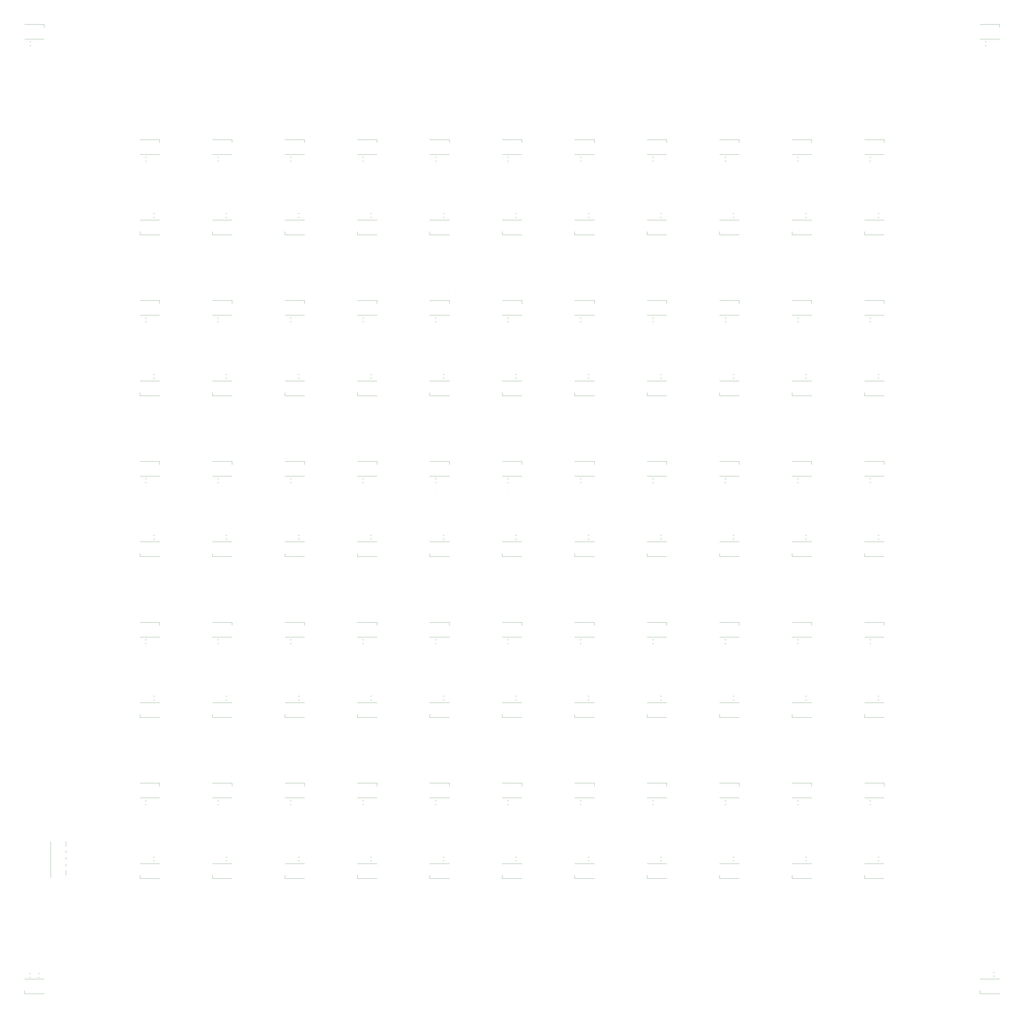
<source format=gbr>
G04 #@! TF.GenerationSoftware,KiCad,Pcbnew,(5.1.5)-3*
G04 #@! TF.CreationDate,2020-12-03T11:47:19+01:00*
G04 #@! TF.ProjectId,Wordclock_V1.1,576f7264-636c-46f6-936b-5f56312e312e,rev?*
G04 #@! TF.SameCoordinates,Original*
G04 #@! TF.FileFunction,Legend,Bot*
G04 #@! TF.FilePolarity,Positive*
%FSLAX46Y46*%
G04 Gerber Fmt 4.6, Leading zero omitted, Abs format (unit mm)*
G04 Created by KiCad (PCBNEW (5.1.5)-3) date 2020-12-03 11:47:19*
%MOMM*%
%LPD*%
G04 APERTURE LIST*
%ADD10C,0.120000*%
G04 APERTURE END LIST*
D10*
X18730000Y-310750000D02*
X18730000Y-309050000D01*
X18730000Y-313250000D02*
X18730000Y-312350000D01*
X18730000Y-315750000D02*
X18730000Y-314850000D01*
X18730000Y-318250000D02*
X18730000Y-317350000D01*
X18730000Y-321550000D02*
X18730000Y-319850000D01*
X13120000Y-309050000D02*
X13120000Y-322550000D01*
X5558578Y-358290000D02*
X5041422Y-358290000D01*
X5558578Y-359710000D02*
X5041422Y-359710000D01*
X323650000Y-317250000D02*
X316350000Y-317250000D01*
X323650000Y-322750000D02*
X316350000Y-322750000D01*
X316350000Y-322750000D02*
X316350000Y-321600000D01*
X321241422Y-314790000D02*
X321758578Y-314790000D01*
X321241422Y-316210000D02*
X321758578Y-316210000D01*
X296650000Y-317250000D02*
X289350000Y-317250000D01*
X296650000Y-322750000D02*
X289350000Y-322750000D01*
X289350000Y-322750000D02*
X289350000Y-321600000D01*
X316350000Y-292750000D02*
X323650000Y-292750000D01*
X316350000Y-287250000D02*
X323650000Y-287250000D01*
X323650000Y-287250000D02*
X323650000Y-288400000D01*
X289350000Y-292750000D02*
X296650000Y-292750000D01*
X289350000Y-287250000D02*
X296650000Y-287250000D01*
X296650000Y-287250000D02*
X296650000Y-288400000D01*
X294241422Y-314790000D02*
X294758578Y-314790000D01*
X294241422Y-316210000D02*
X294758578Y-316210000D01*
X321241422Y-254790000D02*
X321758578Y-254790000D01*
X321241422Y-256210000D02*
X321758578Y-256210000D01*
X321241422Y-194790000D02*
X321758578Y-194790000D01*
X321241422Y-196210000D02*
X321758578Y-196210000D01*
X318758578Y-295210000D02*
X318241422Y-295210000D01*
X318758578Y-293790000D02*
X318241422Y-293790000D01*
X318758578Y-235210000D02*
X318241422Y-235210000D01*
X318758578Y-233790000D02*
X318241422Y-233790000D01*
X323650000Y-257250000D02*
X316350000Y-257250000D01*
X323650000Y-262750000D02*
X316350000Y-262750000D01*
X316350000Y-262750000D02*
X316350000Y-261600000D01*
X316350000Y-232750000D02*
X323650000Y-232750000D01*
X316350000Y-227250000D02*
X323650000Y-227250000D01*
X323650000Y-227250000D02*
X323650000Y-228400000D01*
X323650000Y-197250000D02*
X316350000Y-197250000D01*
X323650000Y-202750000D02*
X316350000Y-202750000D01*
X316350000Y-202750000D02*
X316350000Y-201600000D01*
X366650000Y-360250000D02*
X359350000Y-360250000D01*
X366650000Y-365750000D02*
X359350000Y-365750000D01*
X359350000Y-365750000D02*
X359350000Y-364600000D01*
X359350000Y-9750000D02*
X366650000Y-9750000D01*
X359350000Y-4250000D02*
X366650000Y-4250000D01*
X366650000Y-4250000D02*
X366650000Y-5400000D01*
X3350000Y-9750000D02*
X10650000Y-9750000D01*
X3350000Y-4250000D02*
X10650000Y-4250000D01*
X10650000Y-4250000D02*
X10650000Y-5400000D01*
X10650000Y-360250000D02*
X3350000Y-360250000D01*
X10650000Y-365750000D02*
X3350000Y-365750000D01*
X3350000Y-365750000D02*
X3350000Y-364600000D01*
X364241422Y-357790000D02*
X364758578Y-357790000D01*
X364241422Y-359210000D02*
X364758578Y-359210000D01*
X361758578Y-12210000D02*
X361241422Y-12210000D01*
X361758578Y-10790000D02*
X361241422Y-10790000D01*
X8441422Y-358290000D02*
X8958578Y-358290000D01*
X8441422Y-359710000D02*
X8958578Y-359710000D01*
X5758578Y-12210000D02*
X5241422Y-12210000D01*
X5758578Y-10790000D02*
X5241422Y-10790000D01*
X188650000Y-317250000D02*
X181350000Y-317250000D01*
X188650000Y-322750000D02*
X181350000Y-322750000D01*
X181350000Y-322750000D02*
X181350000Y-321600000D01*
X215650000Y-317250000D02*
X208350000Y-317250000D01*
X215650000Y-322750000D02*
X208350000Y-322750000D01*
X208350000Y-322750000D02*
X208350000Y-321600000D01*
X269650000Y-317250000D02*
X262350000Y-317250000D01*
X269650000Y-322750000D02*
X262350000Y-322750000D01*
X262350000Y-322750000D02*
X262350000Y-321600000D01*
X161650000Y-317250000D02*
X154350000Y-317250000D01*
X161650000Y-322750000D02*
X154350000Y-322750000D01*
X154350000Y-322750000D02*
X154350000Y-321600000D01*
X242650000Y-317250000D02*
X235350000Y-317250000D01*
X242650000Y-322750000D02*
X235350000Y-322750000D01*
X235350000Y-322750000D02*
X235350000Y-321600000D01*
X107650000Y-317250000D02*
X100350000Y-317250000D01*
X107650000Y-322750000D02*
X100350000Y-322750000D01*
X100350000Y-322750000D02*
X100350000Y-321600000D01*
X53650000Y-317250000D02*
X46350000Y-317250000D01*
X53650000Y-322750000D02*
X46350000Y-322750000D01*
X46350000Y-322750000D02*
X46350000Y-321600000D01*
X80650000Y-317250000D02*
X73350000Y-317250000D01*
X80650000Y-322750000D02*
X73350000Y-322750000D01*
X73350000Y-322750000D02*
X73350000Y-321600000D01*
X134650000Y-317250000D02*
X127350000Y-317250000D01*
X134650000Y-322750000D02*
X127350000Y-322750000D01*
X127350000Y-322750000D02*
X127350000Y-321600000D01*
X186241422Y-314790000D02*
X186758578Y-314790000D01*
X186241422Y-316210000D02*
X186758578Y-316210000D01*
X210758578Y-295210000D02*
X210241422Y-295210000D01*
X210758578Y-293790000D02*
X210241422Y-293790000D01*
X240241422Y-314790000D02*
X240758578Y-314790000D01*
X240241422Y-316210000D02*
X240758578Y-316210000D01*
X75758578Y-295210000D02*
X75241422Y-295210000D01*
X75758578Y-293790000D02*
X75241422Y-293790000D01*
X51241422Y-254790000D02*
X51758578Y-254790000D01*
X51241422Y-256210000D02*
X51758578Y-256210000D01*
X213241422Y-314790000D02*
X213758578Y-314790000D01*
X213241422Y-316210000D02*
X213758578Y-316210000D01*
X105241422Y-314790000D02*
X105758578Y-314790000D01*
X105241422Y-316210000D02*
X105758578Y-316210000D01*
X132241422Y-314790000D02*
X132758578Y-314790000D01*
X132241422Y-316210000D02*
X132758578Y-316210000D01*
X159241422Y-314790000D02*
X159758578Y-314790000D01*
X159241422Y-316210000D02*
X159758578Y-316210000D01*
X51241422Y-314790000D02*
X51758578Y-314790000D01*
X51241422Y-316210000D02*
X51758578Y-316210000D01*
X291758578Y-295210000D02*
X291241422Y-295210000D01*
X291758578Y-293790000D02*
X291241422Y-293790000D01*
X267241422Y-314790000D02*
X267758578Y-314790000D01*
X267241422Y-316210000D02*
X267758578Y-316210000D01*
X264758578Y-295210000D02*
X264241422Y-295210000D01*
X264758578Y-293790000D02*
X264241422Y-293790000D01*
X237758578Y-295210000D02*
X237241422Y-295210000D01*
X237758578Y-293790000D02*
X237241422Y-293790000D01*
X78241422Y-314790000D02*
X78758578Y-314790000D01*
X78241422Y-316210000D02*
X78758578Y-316210000D01*
X183758578Y-295260000D02*
X183241422Y-295260000D01*
X183758578Y-293840000D02*
X183241422Y-293840000D01*
X129758578Y-295210000D02*
X129241422Y-295210000D01*
X129758578Y-293790000D02*
X129241422Y-293790000D01*
X156758578Y-295210000D02*
X156241422Y-295210000D01*
X156758578Y-293790000D02*
X156241422Y-293790000D01*
X102758578Y-295210000D02*
X102241422Y-295210000D01*
X102758578Y-293790000D02*
X102241422Y-293790000D01*
X48758578Y-295210000D02*
X48241422Y-295210000D01*
X48758578Y-293790000D02*
X48241422Y-293790000D01*
X78241422Y-254790000D02*
X78758578Y-254790000D01*
X78241422Y-256210000D02*
X78758578Y-256210000D01*
X186241422Y-254790000D02*
X186758578Y-254790000D01*
X186241422Y-256210000D02*
X186758578Y-256210000D01*
X132241422Y-254790000D02*
X132758578Y-254790000D01*
X132241422Y-256210000D02*
X132758578Y-256210000D01*
X213241422Y-254790000D02*
X213758578Y-254790000D01*
X213241422Y-256210000D02*
X213758578Y-256210000D01*
X267241422Y-254790000D02*
X267758578Y-254790000D01*
X267241422Y-256210000D02*
X267758578Y-256210000D01*
X159241422Y-254790000D02*
X159758578Y-254790000D01*
X159241422Y-256210000D02*
X159758578Y-256210000D01*
X294241422Y-254790000D02*
X294758578Y-254790000D01*
X294241422Y-256210000D02*
X294758578Y-256210000D01*
X240241422Y-254790000D02*
X240758578Y-254790000D01*
X240241422Y-256210000D02*
X240758578Y-256210000D01*
X105241422Y-254790000D02*
X105758578Y-254790000D01*
X105241422Y-256210000D02*
X105758578Y-256210000D01*
X100350000Y-292750000D02*
X107650000Y-292750000D01*
X100350000Y-287250000D02*
X107650000Y-287250000D01*
X107650000Y-287250000D02*
X107650000Y-288400000D01*
X181350000Y-292750000D02*
X188650000Y-292750000D01*
X181350000Y-287250000D02*
X188650000Y-287250000D01*
X188650000Y-287250000D02*
X188650000Y-288400000D01*
X188650000Y-257250000D02*
X181350000Y-257250000D01*
X188650000Y-262750000D02*
X181350000Y-262750000D01*
X181350000Y-262750000D02*
X181350000Y-261600000D01*
X242650000Y-257250000D02*
X235350000Y-257250000D01*
X242650000Y-262750000D02*
X235350000Y-262750000D01*
X235350000Y-262750000D02*
X235350000Y-261600000D01*
X134650000Y-257250000D02*
X127350000Y-257250000D01*
X134650000Y-262750000D02*
X127350000Y-262750000D01*
X127350000Y-262750000D02*
X127350000Y-261600000D01*
X46350000Y-292750000D02*
X53650000Y-292750000D01*
X46350000Y-287250000D02*
X53650000Y-287250000D01*
X53650000Y-287250000D02*
X53650000Y-288400000D01*
X154350000Y-292750000D02*
X161650000Y-292750000D01*
X154350000Y-287250000D02*
X161650000Y-287250000D01*
X161650000Y-287250000D02*
X161650000Y-288400000D01*
X127350000Y-292750000D02*
X134650000Y-292750000D01*
X127350000Y-287250000D02*
X134650000Y-287250000D01*
X134650000Y-287250000D02*
X134650000Y-288400000D01*
X73350000Y-292750000D02*
X80650000Y-292750000D01*
X73350000Y-287250000D02*
X80650000Y-287250000D01*
X80650000Y-287250000D02*
X80650000Y-288400000D01*
X215650000Y-257250000D02*
X208350000Y-257250000D01*
X215650000Y-262750000D02*
X208350000Y-262750000D01*
X208350000Y-262750000D02*
X208350000Y-261600000D01*
X208350000Y-292750000D02*
X215650000Y-292750000D01*
X208350000Y-287250000D02*
X215650000Y-287250000D01*
X215650000Y-287250000D02*
X215650000Y-288400000D01*
X80650000Y-257250000D02*
X73350000Y-257250000D01*
X80650000Y-262750000D02*
X73350000Y-262750000D01*
X73350000Y-262750000D02*
X73350000Y-261600000D01*
X296650000Y-257250000D02*
X289350000Y-257250000D01*
X296650000Y-262750000D02*
X289350000Y-262750000D01*
X289350000Y-262750000D02*
X289350000Y-261600000D01*
X235350000Y-292750000D02*
X242650000Y-292750000D01*
X235350000Y-287250000D02*
X242650000Y-287250000D01*
X242650000Y-287250000D02*
X242650000Y-288400000D01*
X262350000Y-292750000D02*
X269650000Y-292750000D01*
X262350000Y-287250000D02*
X269650000Y-287250000D01*
X269650000Y-287250000D02*
X269650000Y-288400000D01*
X161650000Y-257250000D02*
X154350000Y-257250000D01*
X161650000Y-262750000D02*
X154350000Y-262750000D01*
X154350000Y-262750000D02*
X154350000Y-261600000D01*
X107650000Y-257250000D02*
X100350000Y-257250000D01*
X107650000Y-262750000D02*
X100350000Y-262750000D01*
X100350000Y-262750000D02*
X100350000Y-261600000D01*
X269650000Y-257250000D02*
X262350000Y-257250000D01*
X269650000Y-262750000D02*
X262350000Y-262750000D01*
X262350000Y-262750000D02*
X262350000Y-261600000D01*
X53650000Y-257250000D02*
X46350000Y-257250000D01*
X53650000Y-262750000D02*
X46350000Y-262750000D01*
X46350000Y-262750000D02*
X46350000Y-261600000D01*
X289350000Y-232750000D02*
X296650000Y-232750000D01*
X289350000Y-227250000D02*
X296650000Y-227250000D01*
X296650000Y-227250000D02*
X296650000Y-228400000D01*
X262350000Y-232750000D02*
X269650000Y-232750000D01*
X262350000Y-227250000D02*
X269650000Y-227250000D01*
X269650000Y-227250000D02*
X269650000Y-228400000D01*
X235350000Y-232750000D02*
X242650000Y-232750000D01*
X235350000Y-227250000D02*
X242650000Y-227250000D01*
X242650000Y-227250000D02*
X242650000Y-228400000D01*
X208350000Y-232750000D02*
X215650000Y-232750000D01*
X208350000Y-227250000D02*
X215650000Y-227250000D01*
X215650000Y-227250000D02*
X215650000Y-228400000D01*
X181350000Y-232750000D02*
X188650000Y-232750000D01*
X181350000Y-227250000D02*
X188650000Y-227250000D01*
X188650000Y-227250000D02*
X188650000Y-228400000D01*
X154350000Y-232750000D02*
X161650000Y-232750000D01*
X154350000Y-227250000D02*
X161650000Y-227250000D01*
X161650000Y-227250000D02*
X161650000Y-228400000D01*
X127350000Y-232750000D02*
X134650000Y-232750000D01*
X127350000Y-227250000D02*
X134650000Y-227250000D01*
X134650000Y-227250000D02*
X134650000Y-228400000D01*
X100350000Y-232750000D02*
X107650000Y-232750000D01*
X100350000Y-227250000D02*
X107650000Y-227250000D01*
X107650000Y-227250000D02*
X107650000Y-228400000D01*
X73350000Y-232750000D02*
X80650000Y-232750000D01*
X73350000Y-227250000D02*
X80650000Y-227250000D01*
X80650000Y-227250000D02*
X80650000Y-228400000D01*
X46350000Y-232750000D02*
X53650000Y-232750000D01*
X46350000Y-227250000D02*
X53650000Y-227250000D01*
X53650000Y-227250000D02*
X53650000Y-228400000D01*
X53650000Y-197250000D02*
X46350000Y-197250000D01*
X53650000Y-202750000D02*
X46350000Y-202750000D01*
X46350000Y-202750000D02*
X46350000Y-201600000D01*
X80650000Y-197250000D02*
X73350000Y-197250000D01*
X80650000Y-202750000D02*
X73350000Y-202750000D01*
X73350000Y-202750000D02*
X73350000Y-201600000D01*
X107650000Y-197250000D02*
X100350000Y-197250000D01*
X107650000Y-202750000D02*
X100350000Y-202750000D01*
X100350000Y-202750000D02*
X100350000Y-201600000D01*
X134650000Y-197250000D02*
X127350000Y-197250000D01*
X134650000Y-202750000D02*
X127350000Y-202750000D01*
X127350000Y-202750000D02*
X127350000Y-201600000D01*
X161650000Y-197250000D02*
X154350000Y-197250000D01*
X161650000Y-202750000D02*
X154350000Y-202750000D01*
X154350000Y-202750000D02*
X154350000Y-201600000D01*
X188650000Y-197250000D02*
X181350000Y-197250000D01*
X188650000Y-202750000D02*
X181350000Y-202750000D01*
X181350000Y-202750000D02*
X181350000Y-201600000D01*
X215650000Y-197250000D02*
X208350000Y-197250000D01*
X215650000Y-202750000D02*
X208350000Y-202750000D01*
X208350000Y-202750000D02*
X208350000Y-201600000D01*
X242650000Y-197250000D02*
X235350000Y-197250000D01*
X242650000Y-202750000D02*
X235350000Y-202750000D01*
X235350000Y-202750000D02*
X235350000Y-201600000D01*
X269650000Y-197250000D02*
X262350000Y-197250000D01*
X269650000Y-202750000D02*
X262350000Y-202750000D01*
X262350000Y-202750000D02*
X262350000Y-201600000D01*
X296650000Y-197250000D02*
X289350000Y-197250000D01*
X296650000Y-202750000D02*
X289350000Y-202750000D01*
X289350000Y-202750000D02*
X289350000Y-201600000D01*
X316350000Y-172750000D02*
X323650000Y-172750000D01*
X316350000Y-167250000D02*
X323650000Y-167250000D01*
X323650000Y-167250000D02*
X323650000Y-168400000D01*
X289350000Y-172750000D02*
X296650000Y-172750000D01*
X289350000Y-167250000D02*
X296650000Y-167250000D01*
X296650000Y-167250000D02*
X296650000Y-168400000D01*
X262350000Y-172750000D02*
X269650000Y-172750000D01*
X262350000Y-167250000D02*
X269650000Y-167250000D01*
X269650000Y-167250000D02*
X269650000Y-168400000D01*
X235350000Y-172750000D02*
X242650000Y-172750000D01*
X235350000Y-167250000D02*
X242650000Y-167250000D01*
X242650000Y-167250000D02*
X242650000Y-168400000D01*
X208350000Y-172750000D02*
X215650000Y-172750000D01*
X208350000Y-167250000D02*
X215650000Y-167250000D01*
X215650000Y-167250000D02*
X215650000Y-168400000D01*
X181350000Y-172750000D02*
X188650000Y-172750000D01*
X181350000Y-167250000D02*
X188650000Y-167250000D01*
X188650000Y-167250000D02*
X188650000Y-168400000D01*
X154350000Y-172750000D02*
X161650000Y-172750000D01*
X154350000Y-167250000D02*
X161650000Y-167250000D01*
X161650000Y-167250000D02*
X161650000Y-168400000D01*
X127350000Y-172750000D02*
X134650000Y-172750000D01*
X127350000Y-167250000D02*
X134650000Y-167250000D01*
X134650000Y-167250000D02*
X134650000Y-168400000D01*
X100350000Y-172750000D02*
X107650000Y-172750000D01*
X100350000Y-167250000D02*
X107650000Y-167250000D01*
X107650000Y-167250000D02*
X107650000Y-168400000D01*
X73350000Y-172750000D02*
X80650000Y-172750000D01*
X73350000Y-167250000D02*
X80650000Y-167250000D01*
X80650000Y-167250000D02*
X80650000Y-168400000D01*
X46350000Y-172750000D02*
X53650000Y-172750000D01*
X46350000Y-167250000D02*
X53650000Y-167250000D01*
X53650000Y-167250000D02*
X53650000Y-168400000D01*
X53650000Y-137250000D02*
X46350000Y-137250000D01*
X53650000Y-142750000D02*
X46350000Y-142750000D01*
X46350000Y-142750000D02*
X46350000Y-141600000D01*
X80650000Y-137250000D02*
X73350000Y-137250000D01*
X80650000Y-142750000D02*
X73350000Y-142750000D01*
X73350000Y-142750000D02*
X73350000Y-141600000D01*
X107650000Y-137250000D02*
X100350000Y-137250000D01*
X107650000Y-142750000D02*
X100350000Y-142750000D01*
X100350000Y-142750000D02*
X100350000Y-141600000D01*
X134650000Y-137250000D02*
X127350000Y-137250000D01*
X134650000Y-142750000D02*
X127350000Y-142750000D01*
X127350000Y-142750000D02*
X127350000Y-141600000D01*
X161650000Y-137250000D02*
X154350000Y-137250000D01*
X161650000Y-142750000D02*
X154350000Y-142750000D01*
X154350000Y-142750000D02*
X154350000Y-141600000D01*
X188650000Y-137250000D02*
X181350000Y-137250000D01*
X188650000Y-142750000D02*
X181350000Y-142750000D01*
X181350000Y-142750000D02*
X181350000Y-141600000D01*
X215650000Y-137250000D02*
X208350000Y-137250000D01*
X215650000Y-142750000D02*
X208350000Y-142750000D01*
X208350000Y-142750000D02*
X208350000Y-141600000D01*
X242650000Y-137250000D02*
X235350000Y-137250000D01*
X242650000Y-142750000D02*
X235350000Y-142750000D01*
X235350000Y-142750000D02*
X235350000Y-141600000D01*
X269650000Y-137250000D02*
X262350000Y-137250000D01*
X269650000Y-142750000D02*
X262350000Y-142750000D01*
X262350000Y-142750000D02*
X262350000Y-141600000D01*
X296650000Y-137250000D02*
X289350000Y-137250000D01*
X296650000Y-142750000D02*
X289350000Y-142750000D01*
X289350000Y-142750000D02*
X289350000Y-141600000D01*
X323650000Y-137250000D02*
X316350000Y-137250000D01*
X323650000Y-142750000D02*
X316350000Y-142750000D01*
X316350000Y-142750000D02*
X316350000Y-141600000D01*
X316350000Y-112750000D02*
X323650000Y-112750000D01*
X316350000Y-107250000D02*
X323650000Y-107250000D01*
X323650000Y-107250000D02*
X323650000Y-108400000D01*
X289350000Y-112750000D02*
X296650000Y-112750000D01*
X289350000Y-107250000D02*
X296650000Y-107250000D01*
X296650000Y-107250000D02*
X296650000Y-108400000D01*
X262350000Y-112750000D02*
X269650000Y-112750000D01*
X262350000Y-107250000D02*
X269650000Y-107250000D01*
X269650000Y-107250000D02*
X269650000Y-108400000D01*
X235350000Y-112750000D02*
X242650000Y-112750000D01*
X235350000Y-107250000D02*
X242650000Y-107250000D01*
X242650000Y-107250000D02*
X242650000Y-108400000D01*
X208350000Y-112750000D02*
X215650000Y-112750000D01*
X208350000Y-107250000D02*
X215650000Y-107250000D01*
X215650000Y-107250000D02*
X215650000Y-108400000D01*
X181350000Y-112750000D02*
X188650000Y-112750000D01*
X181350000Y-107250000D02*
X188650000Y-107250000D01*
X188650000Y-107250000D02*
X188650000Y-108400000D01*
X154350000Y-112750000D02*
X161650000Y-112750000D01*
X154350000Y-107250000D02*
X161650000Y-107250000D01*
X161650000Y-107250000D02*
X161650000Y-108400000D01*
X127350000Y-112750000D02*
X134650000Y-112750000D01*
X127350000Y-107250000D02*
X134650000Y-107250000D01*
X134650000Y-107250000D02*
X134650000Y-108400000D01*
X100350000Y-112750000D02*
X107650000Y-112750000D01*
X100350000Y-107250000D02*
X107650000Y-107250000D01*
X107650000Y-107250000D02*
X107650000Y-108400000D01*
X73350000Y-112750000D02*
X80650000Y-112750000D01*
X73350000Y-107250000D02*
X80650000Y-107250000D01*
X80650000Y-107250000D02*
X80650000Y-108400000D01*
X46350000Y-112750000D02*
X53650000Y-112750000D01*
X46350000Y-107250000D02*
X53650000Y-107250000D01*
X53650000Y-107250000D02*
X53650000Y-108400000D01*
X53650000Y-77250000D02*
X46350000Y-77250000D01*
X53650000Y-82750000D02*
X46350000Y-82750000D01*
X46350000Y-82750000D02*
X46350000Y-81600000D01*
X80650000Y-77250000D02*
X73350000Y-77250000D01*
X80650000Y-82750000D02*
X73350000Y-82750000D01*
X73350000Y-82750000D02*
X73350000Y-81600000D01*
X107650000Y-77250000D02*
X100350000Y-77250000D01*
X107650000Y-82750000D02*
X100350000Y-82750000D01*
X100350000Y-82750000D02*
X100350000Y-81600000D01*
X134650000Y-77250000D02*
X127350000Y-77250000D01*
X134650000Y-82750000D02*
X127350000Y-82750000D01*
X127350000Y-82750000D02*
X127350000Y-81600000D01*
X161650000Y-77250000D02*
X154350000Y-77250000D01*
X161650000Y-82750000D02*
X154350000Y-82750000D01*
X154350000Y-82750000D02*
X154350000Y-81600000D01*
X188650000Y-77250000D02*
X181350000Y-77250000D01*
X188650000Y-82750000D02*
X181350000Y-82750000D01*
X181350000Y-82750000D02*
X181350000Y-81600000D01*
X215650000Y-77250000D02*
X208350000Y-77250000D01*
X215650000Y-82750000D02*
X208350000Y-82750000D01*
X208350000Y-82750000D02*
X208350000Y-81600000D01*
X242650000Y-77250000D02*
X235350000Y-77250000D01*
X242650000Y-82750000D02*
X235350000Y-82750000D01*
X235350000Y-82750000D02*
X235350000Y-81600000D01*
X269650000Y-77250000D02*
X262350000Y-77250000D01*
X269650000Y-82750000D02*
X262350000Y-82750000D01*
X262350000Y-82750000D02*
X262350000Y-81600000D01*
X296650000Y-77250000D02*
X289350000Y-77250000D01*
X296650000Y-82750000D02*
X289350000Y-82750000D01*
X289350000Y-82750000D02*
X289350000Y-81600000D01*
X323650000Y-77250000D02*
X316350000Y-77250000D01*
X323650000Y-82750000D02*
X316350000Y-82750000D01*
X316350000Y-82750000D02*
X316350000Y-81600000D01*
X316350000Y-52750000D02*
X323650000Y-52750000D01*
X316350000Y-47250000D02*
X323650000Y-47250000D01*
X323650000Y-47250000D02*
X323650000Y-48400000D01*
X289350000Y-52750000D02*
X296650000Y-52750000D01*
X289350000Y-47250000D02*
X296650000Y-47250000D01*
X296650000Y-47250000D02*
X296650000Y-48400000D01*
X262350000Y-52750000D02*
X269650000Y-52750000D01*
X262350000Y-47250000D02*
X269650000Y-47250000D01*
X269650000Y-47250000D02*
X269650000Y-48400000D01*
X235350000Y-52750000D02*
X242650000Y-52750000D01*
X235350000Y-47250000D02*
X242650000Y-47250000D01*
X242650000Y-47250000D02*
X242650000Y-48400000D01*
X208350000Y-52750000D02*
X215650000Y-52750000D01*
X208350000Y-47250000D02*
X215650000Y-47250000D01*
X215650000Y-47250000D02*
X215650000Y-48400000D01*
X181350000Y-52750000D02*
X188650000Y-52750000D01*
X181350000Y-47250000D02*
X188650000Y-47250000D01*
X188650000Y-47250000D02*
X188650000Y-48400000D01*
X154350000Y-52750000D02*
X161650000Y-52750000D01*
X154350000Y-47250000D02*
X161650000Y-47250000D01*
X161650000Y-47250000D02*
X161650000Y-48400000D01*
X127350000Y-52750000D02*
X134650000Y-52750000D01*
X127350000Y-47250000D02*
X134650000Y-47250000D01*
X134650000Y-47250000D02*
X134650000Y-48400000D01*
X100350000Y-52750000D02*
X107650000Y-52750000D01*
X100350000Y-47250000D02*
X107650000Y-47250000D01*
X107650000Y-47250000D02*
X107650000Y-48400000D01*
X73350000Y-52750000D02*
X80650000Y-52750000D01*
X73350000Y-47250000D02*
X80650000Y-47250000D01*
X80650000Y-47250000D02*
X80650000Y-48400000D01*
X46350000Y-52750000D02*
X53650000Y-52750000D01*
X46350000Y-47250000D02*
X53650000Y-47250000D01*
X53650000Y-47250000D02*
X53650000Y-48400000D01*
X291758578Y-235210000D02*
X291241422Y-235210000D01*
X291758578Y-233790000D02*
X291241422Y-233790000D01*
X264758578Y-235210000D02*
X264241422Y-235210000D01*
X264758578Y-233790000D02*
X264241422Y-233790000D01*
X237758578Y-235210000D02*
X237241422Y-235210000D01*
X237758578Y-233790000D02*
X237241422Y-233790000D01*
X210758578Y-235210000D02*
X210241422Y-235210000D01*
X210758578Y-233790000D02*
X210241422Y-233790000D01*
X183758578Y-235210000D02*
X183241422Y-235210000D01*
X183758578Y-233790000D02*
X183241422Y-233790000D01*
X156758578Y-235210000D02*
X156241422Y-235210000D01*
X156758578Y-233790000D02*
X156241422Y-233790000D01*
X129758578Y-235210000D02*
X129241422Y-235210000D01*
X129758578Y-233790000D02*
X129241422Y-233790000D01*
X102758578Y-235210000D02*
X102241422Y-235210000D01*
X102758578Y-233790000D02*
X102241422Y-233790000D01*
X75758578Y-235210000D02*
X75241422Y-235210000D01*
X75758578Y-233790000D02*
X75241422Y-233790000D01*
X48758578Y-235210000D02*
X48241422Y-235210000D01*
X48758578Y-233790000D02*
X48241422Y-233790000D01*
X51241422Y-194790000D02*
X51758578Y-194790000D01*
X51241422Y-196210000D02*
X51758578Y-196210000D01*
X78241422Y-194790000D02*
X78758578Y-194790000D01*
X78241422Y-196210000D02*
X78758578Y-196210000D01*
X105241422Y-194790000D02*
X105758578Y-194790000D01*
X105241422Y-196210000D02*
X105758578Y-196210000D01*
X132241422Y-194790000D02*
X132758578Y-194790000D01*
X132241422Y-196210000D02*
X132758578Y-196210000D01*
X159241422Y-194790000D02*
X159758578Y-194790000D01*
X159241422Y-196210000D02*
X159758578Y-196210000D01*
X186241422Y-194790000D02*
X186758578Y-194790000D01*
X186241422Y-196210000D02*
X186758578Y-196210000D01*
X213241422Y-194790000D02*
X213758578Y-194790000D01*
X213241422Y-196210000D02*
X213758578Y-196210000D01*
X240241422Y-194790000D02*
X240758578Y-194790000D01*
X240241422Y-196210000D02*
X240758578Y-196210000D01*
X267241422Y-194790000D02*
X267758578Y-194790000D01*
X267241422Y-196210000D02*
X267758578Y-196210000D01*
X294241422Y-194790000D02*
X294758578Y-194790000D01*
X294241422Y-196210000D02*
X294758578Y-196210000D01*
X318758578Y-175210000D02*
X318241422Y-175210000D01*
X318758578Y-173790000D02*
X318241422Y-173790000D01*
X291758578Y-175210000D02*
X291241422Y-175210000D01*
X291758578Y-173790000D02*
X291241422Y-173790000D01*
X264758578Y-175210000D02*
X264241422Y-175210000D01*
X264758578Y-173790000D02*
X264241422Y-173790000D01*
X237758578Y-175210000D02*
X237241422Y-175210000D01*
X237758578Y-173790000D02*
X237241422Y-173790000D01*
X210758578Y-175210000D02*
X210241422Y-175210000D01*
X210758578Y-173790000D02*
X210241422Y-173790000D01*
X183758578Y-175210000D02*
X183241422Y-175210000D01*
X183758578Y-173790000D02*
X183241422Y-173790000D01*
X156758578Y-175210000D02*
X156241422Y-175210000D01*
X156758578Y-173790000D02*
X156241422Y-173790000D01*
X129758578Y-175210000D02*
X129241422Y-175210000D01*
X129758578Y-173790000D02*
X129241422Y-173790000D01*
X102758578Y-175210000D02*
X102241422Y-175210000D01*
X102758578Y-173790000D02*
X102241422Y-173790000D01*
X75758578Y-175210000D02*
X75241422Y-175210000D01*
X75758578Y-173790000D02*
X75241422Y-173790000D01*
X48758578Y-175210000D02*
X48241422Y-175210000D01*
X48758578Y-173790000D02*
X48241422Y-173790000D01*
X51241422Y-134790000D02*
X51758578Y-134790000D01*
X51241422Y-136210000D02*
X51758578Y-136210000D01*
X78241422Y-134790000D02*
X78758578Y-134790000D01*
X78241422Y-136210000D02*
X78758578Y-136210000D01*
X105241422Y-134790000D02*
X105758578Y-134790000D01*
X105241422Y-136210000D02*
X105758578Y-136210000D01*
X132241422Y-134790000D02*
X132758578Y-134790000D01*
X132241422Y-136210000D02*
X132758578Y-136210000D01*
X159241422Y-134790000D02*
X159758578Y-134790000D01*
X159241422Y-136210000D02*
X159758578Y-136210000D01*
X186178922Y-134790000D02*
X186696078Y-134790000D01*
X186178922Y-136210000D02*
X186696078Y-136210000D01*
X213241422Y-134790000D02*
X213758578Y-134790000D01*
X213241422Y-136210000D02*
X213758578Y-136210000D01*
X240241422Y-134790000D02*
X240758578Y-134790000D01*
X240241422Y-136210000D02*
X240758578Y-136210000D01*
X267241422Y-134790000D02*
X267758578Y-134790000D01*
X267241422Y-136210000D02*
X267758578Y-136210000D01*
X294241422Y-134790000D02*
X294758578Y-134790000D01*
X294241422Y-136210000D02*
X294758578Y-136210000D01*
X321241422Y-134790000D02*
X321758578Y-134790000D01*
X321241422Y-136210000D02*
X321758578Y-136210000D01*
X318758578Y-115210000D02*
X318241422Y-115210000D01*
X318758578Y-113790000D02*
X318241422Y-113790000D01*
X291758578Y-115210000D02*
X291241422Y-115210000D01*
X291758578Y-113790000D02*
X291241422Y-113790000D01*
X264758578Y-115210000D02*
X264241422Y-115210000D01*
X264758578Y-113790000D02*
X264241422Y-113790000D01*
X237758578Y-115210000D02*
X237241422Y-115210000D01*
X237758578Y-113790000D02*
X237241422Y-113790000D01*
X210758578Y-115210000D02*
X210241422Y-115210000D01*
X210758578Y-113790000D02*
X210241422Y-113790000D01*
X183758578Y-115210000D02*
X183241422Y-115210000D01*
X183758578Y-113790000D02*
X183241422Y-113790000D01*
X156758578Y-115210000D02*
X156241422Y-115210000D01*
X156758578Y-113790000D02*
X156241422Y-113790000D01*
X129758578Y-115210000D02*
X129241422Y-115210000D01*
X129758578Y-113790000D02*
X129241422Y-113790000D01*
X102758578Y-115210000D02*
X102241422Y-115210000D01*
X102758578Y-113790000D02*
X102241422Y-113790000D01*
X75758578Y-115210000D02*
X75241422Y-115210000D01*
X75758578Y-113790000D02*
X75241422Y-113790000D01*
X48758578Y-115210000D02*
X48241422Y-115210000D01*
X48758578Y-113790000D02*
X48241422Y-113790000D01*
X51241422Y-74790000D02*
X51758578Y-74790000D01*
X51241422Y-76210000D02*
X51758578Y-76210000D01*
X78241422Y-74790000D02*
X78758578Y-74790000D01*
X78241422Y-76210000D02*
X78758578Y-76210000D01*
X105241422Y-74790000D02*
X105758578Y-74790000D01*
X105241422Y-76210000D02*
X105758578Y-76210000D01*
X132241422Y-74790000D02*
X132758578Y-74790000D01*
X132241422Y-76210000D02*
X132758578Y-76210000D01*
X159241422Y-74790000D02*
X159758578Y-74790000D01*
X159241422Y-76210000D02*
X159758578Y-76210000D01*
X186241422Y-74790000D02*
X186758578Y-74790000D01*
X186241422Y-76210000D02*
X186758578Y-76210000D01*
X213241422Y-74790000D02*
X213758578Y-74790000D01*
X213241422Y-76210000D02*
X213758578Y-76210000D01*
X240241422Y-74790000D02*
X240758578Y-74790000D01*
X240241422Y-76210000D02*
X240758578Y-76210000D01*
X267241422Y-74790000D02*
X267758578Y-74790000D01*
X267241422Y-76210000D02*
X267758578Y-76210000D01*
X294241422Y-74790000D02*
X294758578Y-74790000D01*
X294241422Y-76210000D02*
X294758578Y-76210000D01*
X321241422Y-74790000D02*
X321758578Y-74790000D01*
X321241422Y-76210000D02*
X321758578Y-76210000D01*
X318758578Y-55210000D02*
X318241422Y-55210000D01*
X318758578Y-53790000D02*
X318241422Y-53790000D01*
X291758578Y-55210000D02*
X291241422Y-55210000D01*
X291758578Y-53790000D02*
X291241422Y-53790000D01*
X264758578Y-55210000D02*
X264241422Y-55210000D01*
X264758578Y-53790000D02*
X264241422Y-53790000D01*
X237696078Y-55210000D02*
X237178922Y-55210000D01*
X237696078Y-53790000D02*
X237178922Y-53790000D01*
X210758578Y-55210000D02*
X210241422Y-55210000D01*
X210758578Y-53790000D02*
X210241422Y-53790000D01*
X183758578Y-55210000D02*
X183241422Y-55210000D01*
X183758578Y-53790000D02*
X183241422Y-53790000D01*
X156758578Y-55210000D02*
X156241422Y-55210000D01*
X156758578Y-53790000D02*
X156241422Y-53790000D01*
X129758578Y-55210000D02*
X129241422Y-55210000D01*
X129758578Y-53790000D02*
X129241422Y-53790000D01*
X102758578Y-55210000D02*
X102241422Y-55210000D01*
X102758578Y-53790000D02*
X102241422Y-53790000D01*
X75758578Y-55210000D02*
X75241422Y-55210000D01*
X75758578Y-53790000D02*
X75241422Y-53790000D01*
X48758578Y-55210000D02*
X48241422Y-55210000D01*
X48758578Y-53790000D02*
X48241422Y-53790000D01*
M02*

</source>
